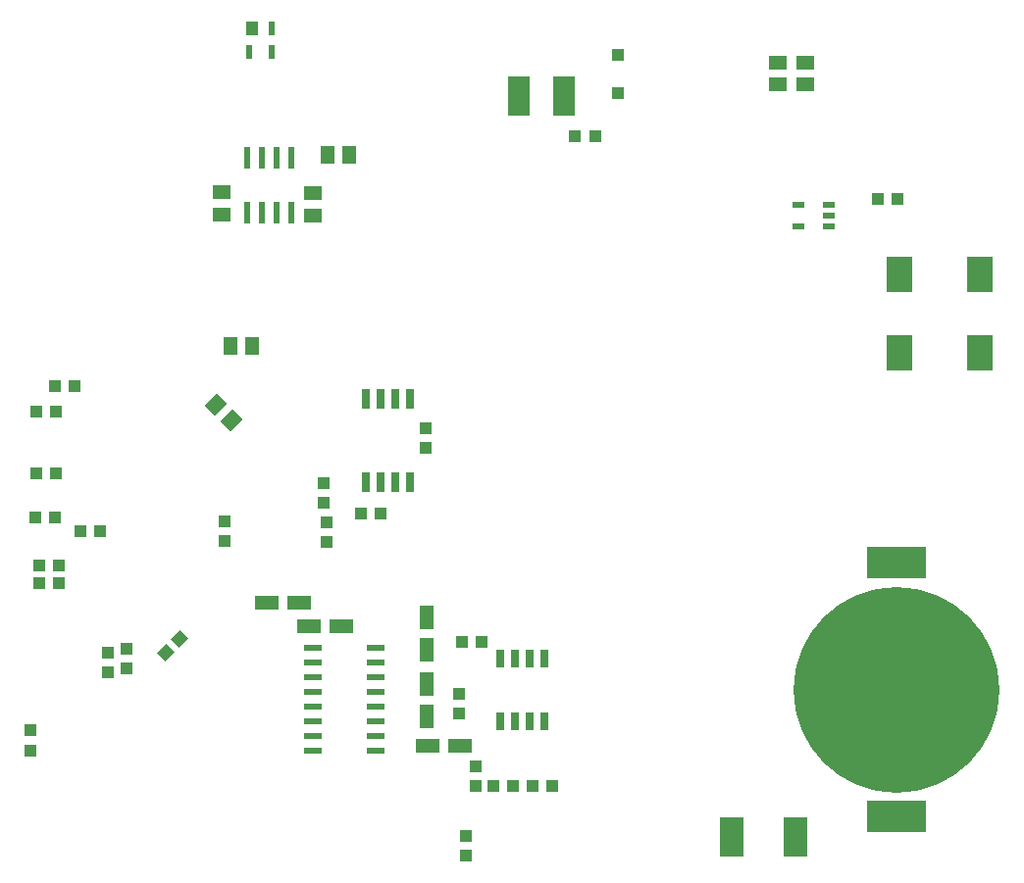
<source format=gbp>
G04 Layer_Color=128*
%FSLAX42Y42*%
%MOMM*%
G71*
G01*
G75*
%ADD15R,1.50X1.30*%
%ADD16R,1.10X1.00*%
%ADD17R,1.30X1.50*%
G04:AMPARAMS|DCode=18|XSize=1.5mm|YSize=1.3mm|CornerRadius=0mm|HoleSize=0mm|Usage=FLASHONLY|Rotation=45.000|XOffset=0mm|YOffset=0mm|HoleType=Round|Shape=Rectangle|*
%AMROTATEDRECTD18*
4,1,4,-0.07,-0.99,-0.99,-0.07,0.07,0.99,0.99,0.07,-0.07,-0.99,0.0*
%
%ADD18ROTATEDRECTD18*%

%ADD20R,1.00X1.10*%
%ADD21R,0.65X1.52*%
%ADD24R,0.99X1.30*%
%ADD25R,0.59X1.30*%
%ADD28R,1.20X2.00*%
%ADD29R,2.00X1.20*%
%ADD33R,2.20X3.15*%
%ADD81R,1.08X1.12*%
%ADD82R,5.08X2.79*%
%ADD83C,17.78*%
%ADD84R,1.90X3.40*%
G04:AMPARAMS|DCode=85|XSize=1mm|YSize=1.1mm|CornerRadius=0mm|HoleSize=0mm|Usage=FLASHONLY|Rotation=315.000|XOffset=0mm|YOffset=0mm|HoleType=Round|Shape=Rectangle|*
%AMROTATEDRECTD85*
4,1,4,-0.74,-0.04,0.04,0.74,0.74,0.04,-0.04,-0.74,-0.74,-0.04,0.0*
%
%ADD85ROTATEDRECTD85*%

%ADD86R,1.52X0.61*%
%ADD87R,1.00X0.60*%
%ADD88R,0.56X1.98*%
%ADD89R,2.15X3.40*%
%ADD90R,0.65X1.70*%
D15*
X2600Y6045D02*
D03*
Y6235D02*
D03*
X6610Y7175D02*
D03*
Y7365D02*
D03*
X6850Y7175D02*
D03*
Y7365D02*
D03*
X1810Y6245D02*
D03*
Y6055D02*
D03*
D16*
X3015Y3470D02*
D03*
X3185D02*
D03*
X7475Y6190D02*
D03*
X7645D02*
D03*
X765Y3320D02*
D03*
X595D02*
D03*
X5035Y6730D02*
D03*
X4865D02*
D03*
X4665Y1120D02*
D03*
X4495D02*
D03*
X4325D02*
D03*
X4155D02*
D03*
X3885Y2360D02*
D03*
X4055D02*
D03*
X375Y4570D02*
D03*
X545D02*
D03*
X235Y3020D02*
D03*
X405D02*
D03*
X215Y4350D02*
D03*
X385D02*
D03*
X215Y3820D02*
D03*
X385D02*
D03*
X235Y2870D02*
D03*
X405D02*
D03*
X205Y3440D02*
D03*
X375D02*
D03*
D17*
X2915Y6570D02*
D03*
X2725D02*
D03*
X2075Y4920D02*
D03*
X1885D02*
D03*
D18*
X1763Y4407D02*
D03*
X1897Y4273D02*
D03*
D20*
X3570Y4210D02*
D03*
Y4040D02*
D03*
X830Y2095D02*
D03*
Y2265D02*
D03*
X160Y1595D02*
D03*
Y1425D02*
D03*
X3920Y515D02*
D03*
Y685D02*
D03*
X3860Y1915D02*
D03*
Y1745D02*
D03*
X4010Y1285D02*
D03*
Y1115D02*
D03*
X990Y2135D02*
D03*
Y2305D02*
D03*
X1840Y3230D02*
D03*
Y3400D02*
D03*
X2690Y3565D02*
D03*
Y3735D02*
D03*
X2720Y3395D02*
D03*
Y3225D02*
D03*
D21*
X4219Y2221D02*
D03*
X4347D02*
D03*
X4474D02*
D03*
X4601D02*
D03*
Y1679D02*
D03*
X4474D02*
D03*
X4347D02*
D03*
X4219D02*
D03*
D24*
X2074Y7662D02*
D03*
D25*
X2246D02*
D03*
Y7457D02*
D03*
X2054D02*
D03*
D28*
X3580Y2000D02*
D03*
Y1720D02*
D03*
Y2570D02*
D03*
Y2290D02*
D03*
D29*
X3870Y1460D02*
D03*
X3590D02*
D03*
X2480Y2700D02*
D03*
X2200D02*
D03*
X2570Y2500D02*
D03*
X2850D02*
D03*
D33*
X7660Y4858D02*
D03*
X8360D02*
D03*
X7660Y5538D02*
D03*
X8360D02*
D03*
D81*
X5230Y7430D02*
D03*
Y7106D02*
D03*
D82*
X7640Y3047D02*
D03*
Y850D02*
D03*
D83*
Y1949D02*
D03*
D84*
X4765Y7080D02*
D03*
X4375D02*
D03*
D85*
X1450Y2390D02*
D03*
X1330Y2270D02*
D03*
D86*
X3146Y2309D02*
D03*
X2600D02*
D03*
X3146Y2182D02*
D03*
Y2055D02*
D03*
X2600Y2182D02*
D03*
Y2055D02*
D03*
X3146Y1928D02*
D03*
X2600D02*
D03*
X3146Y1801D02*
D03*
X2600D02*
D03*
X3146Y1674D02*
D03*
Y1547D02*
D03*
X2600Y1674D02*
D03*
Y1547D02*
D03*
X3146Y1420D02*
D03*
X2600D02*
D03*
D87*
X6790Y6140D02*
D03*
Y5950D02*
D03*
X7050Y6140D02*
D03*
Y6045D02*
D03*
Y5950D02*
D03*
D88*
X2417Y6540D02*
D03*
X2290D02*
D03*
X2163D02*
D03*
X2036D02*
D03*
Y6068D02*
D03*
X2163D02*
D03*
X2290D02*
D03*
X2417D02*
D03*
D89*
X6212Y680D02*
D03*
X6768D02*
D03*
D90*
X3056Y4460D02*
D03*
X3183D02*
D03*
X3310D02*
D03*
X3437D02*
D03*
Y3740D02*
D03*
X3310D02*
D03*
X3183D02*
D03*
X3056D02*
D03*
M02*

</source>
